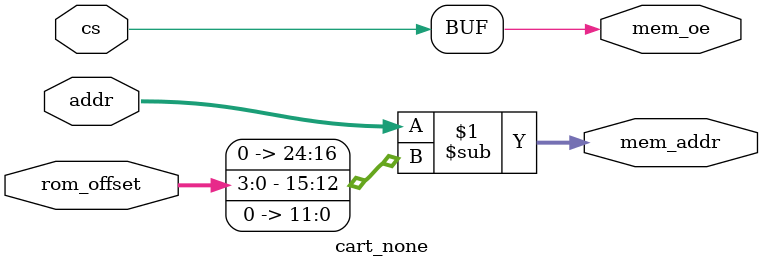
<source format=sv>
module cart_none
(
   input     [15:0] addr,
   input      [3:0] rom_offset,
   input            cs,
   output    [24:0] mem_addr,
   output           mem_oe
);

assign mem_addr  = addr - {rom_offset,12'd0};
assign mem_oe = cs;
endmodule
</source>
